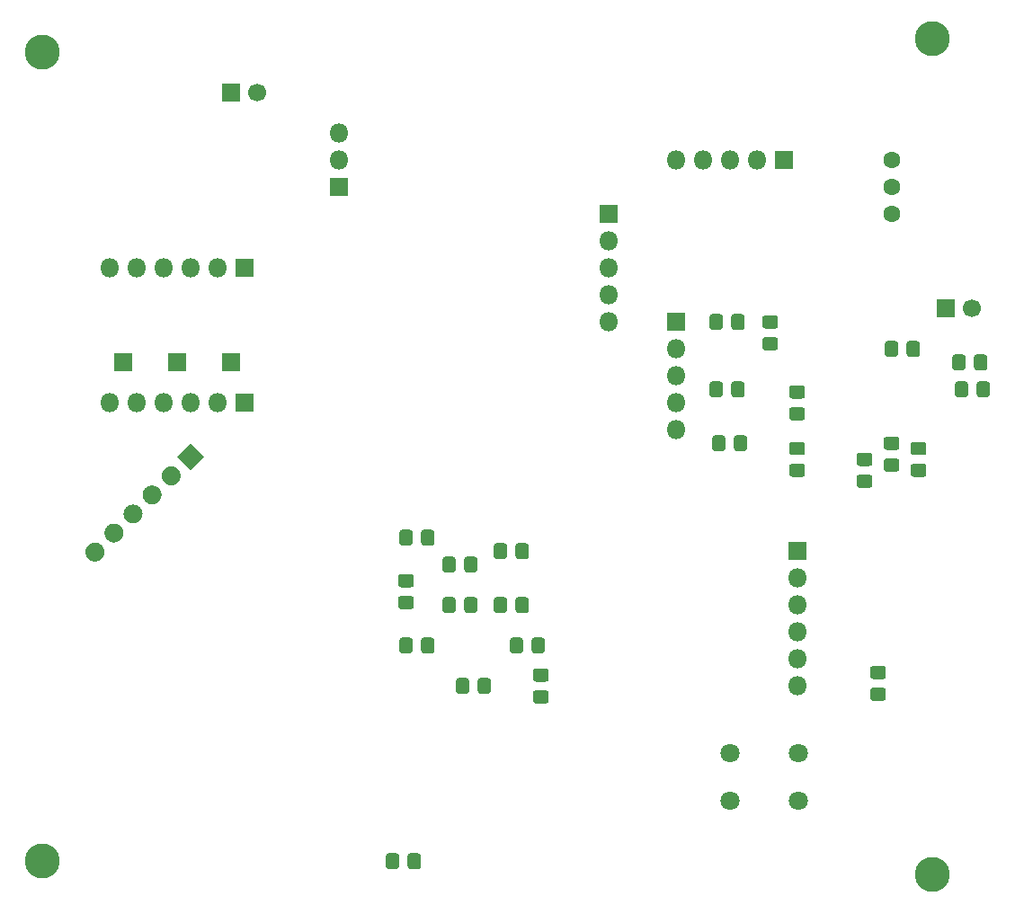
<source format=gbr>
%TF.GenerationSoftware,KiCad,Pcbnew,(5.1.6)-1*%
%TF.CreationDate,2020-10-23T19:33:20-04:00*%
%TF.ProjectId,ECE477,45434534-3737-42e6-9b69-6361645f7063,rev?*%
%TF.SameCoordinates,Original*%
%TF.FileFunction,Soldermask,Bot*%
%TF.FilePolarity,Negative*%
%FSLAX46Y46*%
G04 Gerber Fmt 4.6, Leading zero omitted, Abs format (unit mm)*
G04 Created by KiCad (PCBNEW (5.1.6)-1) date 2020-10-23 19:33:20*
%MOMM*%
%LPD*%
G01*
G04 APERTURE LIST*
%ADD10O,1.800000X1.800000*%
%ADD11R,1.800000X1.800000*%
%ADD12C,1.700000*%
%ADD13R,1.700000X1.700000*%
%ADD14C,3.300000*%
%ADD15C,0.100000*%
%ADD16C,1.800000*%
%ADD17C,1.600000*%
G04 APERTURE END LIST*
D10*
%TO.C,PWR_On1*%
X186690000Y-62230000D03*
X186690000Y-64770000D03*
D11*
X186690000Y-67310000D03*
%TD*%
%TO.C,R28*%
G36*
G01*
X240821738Y-93355000D02*
X241778262Y-93355000D01*
G75*
G02*
X242050000Y-93626738I0J-271738D01*
G01*
X242050000Y-94333262D01*
G75*
G02*
X241778262Y-94605000I-271738J0D01*
G01*
X240821738Y-94605000D01*
G75*
G02*
X240550000Y-94333262I0J271738D01*
G01*
X240550000Y-93626738D01*
G75*
G02*
X240821738Y-93355000I271738J0D01*
G01*
G37*
G36*
G01*
X240821738Y-91305000D02*
X241778262Y-91305000D01*
G75*
G02*
X242050000Y-91576738I0J-271738D01*
G01*
X242050000Y-92283262D01*
G75*
G02*
X241778262Y-92555000I-271738J0D01*
G01*
X240821738Y-92555000D01*
G75*
G02*
X240550000Y-92283262I0J271738D01*
G01*
X240550000Y-91576738D01*
G75*
G02*
X240821738Y-91305000I271738J0D01*
G01*
G37*
%TD*%
%TO.C,R27*%
G36*
G01*
X239238262Y-92065000D02*
X238281738Y-92065000D01*
G75*
G02*
X238010000Y-91793262I0J271738D01*
G01*
X238010000Y-91086738D01*
G75*
G02*
X238281738Y-90815000I271738J0D01*
G01*
X239238262Y-90815000D01*
G75*
G02*
X239510000Y-91086738I0J-271738D01*
G01*
X239510000Y-91793262D01*
G75*
G02*
X239238262Y-92065000I-271738J0D01*
G01*
G37*
G36*
G01*
X239238262Y-94115000D02*
X238281738Y-94115000D01*
G75*
G02*
X238010000Y-93843262I0J271738D01*
G01*
X238010000Y-93136738D01*
G75*
G02*
X238281738Y-92865000I271738J0D01*
G01*
X239238262Y-92865000D01*
G75*
G02*
X239510000Y-93136738I0J-271738D01*
G01*
X239510000Y-93843262D01*
G75*
G02*
X239238262Y-94115000I-271738J0D01*
G01*
G37*
%TD*%
%TO.C,R26*%
G36*
G01*
X237011738Y-114455000D02*
X237968262Y-114455000D01*
G75*
G02*
X238240000Y-114726738I0J-271738D01*
G01*
X238240000Y-115433262D01*
G75*
G02*
X237968262Y-115705000I-271738J0D01*
G01*
X237011738Y-115705000D01*
G75*
G02*
X236740000Y-115433262I0J271738D01*
G01*
X236740000Y-114726738D01*
G75*
G02*
X237011738Y-114455000I271738J0D01*
G01*
G37*
G36*
G01*
X237011738Y-112405000D02*
X237968262Y-112405000D01*
G75*
G02*
X238240000Y-112676738I0J-271738D01*
G01*
X238240000Y-113383262D01*
G75*
G02*
X237968262Y-113655000I-271738J0D01*
G01*
X237011738Y-113655000D01*
G75*
G02*
X236740000Y-113383262I0J271738D01*
G01*
X236740000Y-112676738D01*
G75*
G02*
X237011738Y-112405000I271738J0D01*
G01*
G37*
%TD*%
%TO.C,R25*%
G36*
G01*
X235741738Y-94380000D02*
X236698262Y-94380000D01*
G75*
G02*
X236970000Y-94651738I0J-271738D01*
G01*
X236970000Y-95358262D01*
G75*
G02*
X236698262Y-95630000I-271738J0D01*
G01*
X235741738Y-95630000D01*
G75*
G02*
X235470000Y-95358262I0J271738D01*
G01*
X235470000Y-94651738D01*
G75*
G02*
X235741738Y-94380000I271738J0D01*
G01*
G37*
G36*
G01*
X235741738Y-92330000D02*
X236698262Y-92330000D01*
G75*
G02*
X236970000Y-92601738I0J-271738D01*
G01*
X236970000Y-93308262D01*
G75*
G02*
X236698262Y-93580000I-271738J0D01*
G01*
X235741738Y-93580000D01*
G75*
G02*
X235470000Y-93308262I0J271738D01*
G01*
X235470000Y-92601738D01*
G75*
G02*
X235741738Y-92330000I271738J0D01*
G01*
G37*
%TD*%
%TO.C,R24*%
G36*
G01*
X240185000Y-83028262D02*
X240185000Y-82071738D01*
G75*
G02*
X240456738Y-81800000I271738J0D01*
G01*
X241163262Y-81800000D01*
G75*
G02*
X241435000Y-82071738I0J-271738D01*
G01*
X241435000Y-83028262D01*
G75*
G02*
X241163262Y-83300000I-271738J0D01*
G01*
X240456738Y-83300000D01*
G75*
G02*
X240185000Y-83028262I0J271738D01*
G01*
G37*
G36*
G01*
X238135000Y-83028262D02*
X238135000Y-82071738D01*
G75*
G02*
X238406738Y-81800000I271738J0D01*
G01*
X239113262Y-81800000D01*
G75*
G02*
X239385000Y-82071738I0J-271738D01*
G01*
X239385000Y-83028262D01*
G75*
G02*
X239113262Y-83300000I-271738J0D01*
G01*
X238406738Y-83300000D01*
G75*
G02*
X238135000Y-83028262I0J271738D01*
G01*
G37*
%TD*%
%TO.C,R18*%
G36*
G01*
X223120000Y-90961738D02*
X223120000Y-91918262D01*
G75*
G02*
X222848262Y-92190000I-271738J0D01*
G01*
X222141738Y-92190000D01*
G75*
G02*
X221870000Y-91918262I0J271738D01*
G01*
X221870000Y-90961738D01*
G75*
G02*
X222141738Y-90690000I271738J0D01*
G01*
X222848262Y-90690000D01*
G75*
G02*
X223120000Y-90961738I0J-271738D01*
G01*
G37*
G36*
G01*
X225170000Y-90961738D02*
X225170000Y-91918262D01*
G75*
G02*
X224898262Y-92190000I-271738J0D01*
G01*
X224191738Y-92190000D01*
G75*
G02*
X223920000Y-91918262I0J271738D01*
G01*
X223920000Y-90961738D01*
G75*
G02*
X224191738Y-90690000I271738J0D01*
G01*
X224898262Y-90690000D01*
G75*
G02*
X225170000Y-90961738I0J-271738D01*
G01*
G37*
%TD*%
%TO.C,R16*%
G36*
G01*
X222875000Y-85881738D02*
X222875000Y-86838262D01*
G75*
G02*
X222603262Y-87110000I-271738J0D01*
G01*
X221896738Y-87110000D01*
G75*
G02*
X221625000Y-86838262I0J271738D01*
G01*
X221625000Y-85881738D01*
G75*
G02*
X221896738Y-85610000I271738J0D01*
G01*
X222603262Y-85610000D01*
G75*
G02*
X222875000Y-85881738I0J-271738D01*
G01*
G37*
G36*
G01*
X224925000Y-85881738D02*
X224925000Y-86838262D01*
G75*
G02*
X224653262Y-87110000I-271738J0D01*
G01*
X223946738Y-87110000D01*
G75*
G02*
X223675000Y-86838262I0J271738D01*
G01*
X223675000Y-85881738D01*
G75*
G02*
X223946738Y-85610000I271738J0D01*
G01*
X224653262Y-85610000D01*
G75*
G02*
X224925000Y-85881738I0J-271738D01*
G01*
G37*
%TD*%
%TO.C,R15*%
G36*
G01*
X222875000Y-79531738D02*
X222875000Y-80488262D01*
G75*
G02*
X222603262Y-80760000I-271738J0D01*
G01*
X221896738Y-80760000D01*
G75*
G02*
X221625000Y-80488262I0J271738D01*
G01*
X221625000Y-79531738D01*
G75*
G02*
X221896738Y-79260000I271738J0D01*
G01*
X222603262Y-79260000D01*
G75*
G02*
X222875000Y-79531738I0J-271738D01*
G01*
G37*
G36*
G01*
X224925000Y-79531738D02*
X224925000Y-80488262D01*
G75*
G02*
X224653262Y-80760000I-271738J0D01*
G01*
X223946738Y-80760000D01*
G75*
G02*
X223675000Y-80488262I0J271738D01*
G01*
X223675000Y-79531738D01*
G75*
G02*
X223946738Y-79260000I271738J0D01*
G01*
X224653262Y-79260000D01*
G75*
G02*
X224925000Y-79531738I0J-271738D01*
G01*
G37*
%TD*%
%TO.C,C10*%
G36*
G01*
X245735000Y-83341738D02*
X245735000Y-84298262D01*
G75*
G02*
X245463262Y-84570000I-271738J0D01*
G01*
X244756738Y-84570000D01*
G75*
G02*
X244485000Y-84298262I0J271738D01*
G01*
X244485000Y-83341738D01*
G75*
G02*
X244756738Y-83070000I271738J0D01*
G01*
X245463262Y-83070000D01*
G75*
G02*
X245735000Y-83341738I0J-271738D01*
G01*
G37*
G36*
G01*
X247785000Y-83341738D02*
X247785000Y-84298262D01*
G75*
G02*
X247513262Y-84570000I-271738J0D01*
G01*
X246806738Y-84570000D01*
G75*
G02*
X246535000Y-84298262I0J271738D01*
G01*
X246535000Y-83341738D01*
G75*
G02*
X246806738Y-83070000I271738J0D01*
G01*
X247513262Y-83070000D01*
G75*
G02*
X247785000Y-83341738I0J-271738D01*
G01*
G37*
%TD*%
%TO.C,C8*%
G36*
G01*
X245980000Y-85881738D02*
X245980000Y-86838262D01*
G75*
G02*
X245708262Y-87110000I-271738J0D01*
G01*
X245001738Y-87110000D01*
G75*
G02*
X244730000Y-86838262I0J271738D01*
G01*
X244730000Y-85881738D01*
G75*
G02*
X245001738Y-85610000I271738J0D01*
G01*
X245708262Y-85610000D01*
G75*
G02*
X245980000Y-85881738I0J-271738D01*
G01*
G37*
G36*
G01*
X248030000Y-85881738D02*
X248030000Y-86838262D01*
G75*
G02*
X247758262Y-87110000I-271738J0D01*
G01*
X247051738Y-87110000D01*
G75*
G02*
X246780000Y-86838262I0J271738D01*
G01*
X246780000Y-85881738D01*
G75*
G02*
X247051738Y-85610000I271738J0D01*
G01*
X247758262Y-85610000D01*
G75*
G02*
X248030000Y-85881738I0J-271738D01*
G01*
G37*
%TD*%
D12*
%TO.C,C7*%
X246340000Y-78740000D03*
D13*
X243840000Y-78740000D03*
%TD*%
%TO.C,C6*%
G36*
G01*
X229391738Y-93355000D02*
X230348262Y-93355000D01*
G75*
G02*
X230620000Y-93626738I0J-271738D01*
G01*
X230620000Y-94333262D01*
G75*
G02*
X230348262Y-94605000I-271738J0D01*
G01*
X229391738Y-94605000D01*
G75*
G02*
X229120000Y-94333262I0J271738D01*
G01*
X229120000Y-93626738D01*
G75*
G02*
X229391738Y-93355000I271738J0D01*
G01*
G37*
G36*
G01*
X229391738Y-91305000D02*
X230348262Y-91305000D01*
G75*
G02*
X230620000Y-91576738I0J-271738D01*
G01*
X230620000Y-92283262D01*
G75*
G02*
X230348262Y-92555000I-271738J0D01*
G01*
X229391738Y-92555000D01*
G75*
G02*
X229120000Y-92283262I0J271738D01*
G01*
X229120000Y-91576738D01*
G75*
G02*
X229391738Y-91305000I271738J0D01*
G01*
G37*
%TD*%
%TO.C,C4*%
G36*
G01*
X230348262Y-87230000D02*
X229391738Y-87230000D01*
G75*
G02*
X229120000Y-86958262I0J271738D01*
G01*
X229120000Y-86251738D01*
G75*
G02*
X229391738Y-85980000I271738J0D01*
G01*
X230348262Y-85980000D01*
G75*
G02*
X230620000Y-86251738I0J-271738D01*
G01*
X230620000Y-86958262D01*
G75*
G02*
X230348262Y-87230000I-271738J0D01*
G01*
G37*
G36*
G01*
X230348262Y-89280000D02*
X229391738Y-89280000D01*
G75*
G02*
X229120000Y-89008262I0J271738D01*
G01*
X229120000Y-88301738D01*
G75*
G02*
X229391738Y-88030000I271738J0D01*
G01*
X230348262Y-88030000D01*
G75*
G02*
X230620000Y-88301738I0J-271738D01*
G01*
X230620000Y-89008262D01*
G75*
G02*
X230348262Y-89280000I-271738J0D01*
G01*
G37*
%TD*%
%TO.C,C2*%
G36*
G01*
X227808262Y-80635000D02*
X226851738Y-80635000D01*
G75*
G02*
X226580000Y-80363262I0J271738D01*
G01*
X226580000Y-79656738D01*
G75*
G02*
X226851738Y-79385000I271738J0D01*
G01*
X227808262Y-79385000D01*
G75*
G02*
X228080000Y-79656738I0J-271738D01*
G01*
X228080000Y-80363262D01*
G75*
G02*
X227808262Y-80635000I-271738J0D01*
G01*
G37*
G36*
G01*
X227808262Y-82685000D02*
X226851738Y-82685000D01*
G75*
G02*
X226580000Y-82413262I0J271738D01*
G01*
X226580000Y-81706738D01*
G75*
G02*
X226851738Y-81435000I271738J0D01*
G01*
X227808262Y-81435000D01*
G75*
G02*
X228080000Y-81706738I0J-271738D01*
G01*
X228080000Y-82413262D01*
G75*
G02*
X227808262Y-82685000I-271738J0D01*
G01*
G37*
%TD*%
D11*
%TO.C,USART1_GND1*%
X176530000Y-83820000D03*
%TD*%
%TO.C,USART3_GND1*%
X171450000Y-83820000D03*
%TD*%
%TO.C,USART6_GND1*%
X166370000Y-83820000D03*
%TD*%
D14*
%TO.C,H4*%
X242570000Y-53340000D03*
%TD*%
%TO.C,H3*%
X242570000Y-132080000D03*
%TD*%
%TO.C,H2*%
X158750000Y-130810000D03*
%TD*%
%TO.C,H1*%
X158750000Y-54610000D03*
%TD*%
D10*
%TO.C,Pinout1*%
X229870000Y-114300000D03*
X229870000Y-111760000D03*
X229870000Y-109220000D03*
X229870000Y-106680000D03*
X229870000Y-104140000D03*
D11*
X229870000Y-101600000D03*
%TD*%
D12*
%TO.C,C1*%
X179030000Y-58420000D03*
D13*
X176530000Y-58420000D03*
%TD*%
D10*
%TO.C,JTAG/SWD1*%
X165100000Y-74930000D03*
X167640000Y-74930000D03*
X170180000Y-74930000D03*
X172720000Y-74930000D03*
X175260000Y-74930000D03*
D11*
X177800000Y-74930000D03*
%TD*%
%TO.C,PWM1*%
G36*
G01*
X163103348Y-101053860D02*
X163103348Y-101053860D01*
G75*
G02*
X164376140Y-101053860I636396J-636396D01*
G01*
X164376140Y-101053860D01*
G75*
G02*
X164376140Y-102326652I-636396J-636396D01*
G01*
X164376140Y-102326652D01*
G75*
G02*
X163103348Y-102326652I-636396J636396D01*
G01*
X163103348Y-102326652D01*
G75*
G02*
X163103348Y-101053860I636396J636396D01*
G01*
G37*
G36*
G01*
X164899399Y-99257809D02*
X164899399Y-99257809D01*
G75*
G02*
X166172191Y-99257809I636396J-636396D01*
G01*
X166172191Y-99257809D01*
G75*
G02*
X166172191Y-100530601I-636396J-636396D01*
G01*
X166172191Y-100530601D01*
G75*
G02*
X164899399Y-100530601I-636396J636396D01*
G01*
X164899399Y-100530601D01*
G75*
G02*
X164899399Y-99257809I636396J636396D01*
G01*
G37*
G36*
G01*
X166695450Y-97461758D02*
X166695450Y-97461758D01*
G75*
G02*
X167968242Y-97461758I636396J-636396D01*
G01*
X167968242Y-97461758D01*
G75*
G02*
X167968242Y-98734550I-636396J-636396D01*
G01*
X167968242Y-98734550D01*
G75*
G02*
X166695450Y-98734550I-636396J636396D01*
G01*
X166695450Y-98734550D01*
G75*
G02*
X166695450Y-97461758I636396J636396D01*
G01*
G37*
G36*
G01*
X168491502Y-95665706D02*
X168491502Y-95665706D01*
G75*
G02*
X169764294Y-95665706I636396J-636396D01*
G01*
X169764294Y-95665706D01*
G75*
G02*
X169764294Y-96938498I-636396J-636396D01*
G01*
X169764294Y-96938498D01*
G75*
G02*
X168491502Y-96938498I-636396J636396D01*
G01*
X168491502Y-96938498D01*
G75*
G02*
X168491502Y-95665706I636396J636396D01*
G01*
G37*
G36*
G01*
X170287553Y-93869655D02*
X170287553Y-93869655D01*
G75*
G02*
X171560345Y-93869655I636396J-636396D01*
G01*
X171560345Y-93869655D01*
G75*
G02*
X171560345Y-95142447I-636396J-636396D01*
G01*
X171560345Y-95142447D01*
G75*
G02*
X170287553Y-95142447I-636396J636396D01*
G01*
X170287553Y-95142447D01*
G75*
G02*
X170287553Y-93869655I636396J636396D01*
G01*
G37*
D15*
G36*
X171447208Y-92710000D02*
G01*
X172720000Y-91437208D01*
X173992792Y-92710000D01*
X172720000Y-93982792D01*
X171447208Y-92710000D01*
G37*
%TD*%
D10*
%TO.C,USART1*%
X165100000Y-87630000D03*
X167640000Y-87630000D03*
X170180000Y-87630000D03*
X172720000Y-87630000D03*
X175260000Y-87630000D03*
D11*
X177800000Y-87630000D03*
%TD*%
D10*
%TO.C,GNDs1*%
X212090000Y-80010000D03*
X212090000Y-77470000D03*
X212090000Y-74930000D03*
X212090000Y-72390000D03*
D11*
X212090000Y-69850000D03*
%TD*%
D10*
%TO.C,Cell_In1*%
X218440000Y-90170000D03*
X218440000Y-87630000D03*
X218440000Y-85090000D03*
X218440000Y-82550000D03*
D11*
X218440000Y-80010000D03*
%TD*%
D10*
%TO.C,PWR_Out1*%
X218440000Y-64770000D03*
X220980000Y-64770000D03*
X223520000Y-64770000D03*
X226060000Y-64770000D03*
D11*
X228600000Y-64770000D03*
%TD*%
%TO.C,C30*%
G36*
G01*
X206218262Y-113900000D02*
X205261738Y-113900000D01*
G75*
G02*
X204990000Y-113628262I0J271738D01*
G01*
X204990000Y-112921738D01*
G75*
G02*
X205261738Y-112650000I271738J0D01*
G01*
X206218262Y-112650000D01*
G75*
G02*
X206490000Y-112921738I0J-271738D01*
G01*
X206490000Y-113628262D01*
G75*
G02*
X206218262Y-113900000I-271738J0D01*
G01*
G37*
G36*
G01*
X206218262Y-115950000D02*
X205261738Y-115950000D01*
G75*
G02*
X204990000Y-115678262I0J271738D01*
G01*
X204990000Y-114971738D01*
G75*
G02*
X205261738Y-114700000I271738J0D01*
G01*
X206218262Y-114700000D01*
G75*
G02*
X206490000Y-114971738I0J-271738D01*
G01*
X206490000Y-115678262D01*
G75*
G02*
X206218262Y-115950000I-271738J0D01*
G01*
G37*
%TD*%
%TO.C,R6*%
G36*
G01*
X198520000Y-103348262D02*
X198520000Y-102391738D01*
G75*
G02*
X198791738Y-102120000I271738J0D01*
G01*
X199498262Y-102120000D01*
G75*
G02*
X199770000Y-102391738I0J-271738D01*
G01*
X199770000Y-103348262D01*
G75*
G02*
X199498262Y-103620000I-271738J0D01*
G01*
X198791738Y-103620000D01*
G75*
G02*
X198520000Y-103348262I0J271738D01*
G01*
G37*
G36*
G01*
X196470000Y-103348262D02*
X196470000Y-102391738D01*
G75*
G02*
X196741738Y-102120000I271738J0D01*
G01*
X197448262Y-102120000D01*
G75*
G02*
X197720000Y-102391738I0J-271738D01*
G01*
X197720000Y-103348262D01*
G75*
G02*
X197448262Y-103620000I-271738J0D01*
G01*
X196741738Y-103620000D01*
G75*
G02*
X196470000Y-103348262I0J271738D01*
G01*
G37*
%TD*%
%TO.C,R14*%
G36*
G01*
X193195000Y-131288262D02*
X193195000Y-130331738D01*
G75*
G02*
X193466738Y-130060000I271738J0D01*
G01*
X194173262Y-130060000D01*
G75*
G02*
X194445000Y-130331738I0J-271738D01*
G01*
X194445000Y-131288262D01*
G75*
G02*
X194173262Y-131560000I-271738J0D01*
G01*
X193466738Y-131560000D01*
G75*
G02*
X193195000Y-131288262I0J271738D01*
G01*
G37*
G36*
G01*
X191145000Y-131288262D02*
X191145000Y-130331738D01*
G75*
G02*
X191416738Y-130060000I271738J0D01*
G01*
X192123262Y-130060000D01*
G75*
G02*
X192395000Y-130331738I0J-271738D01*
G01*
X192395000Y-131288262D01*
G75*
G02*
X192123262Y-131560000I-271738J0D01*
G01*
X191416738Y-131560000D01*
G75*
G02*
X191145000Y-131288262I0J271738D01*
G01*
G37*
%TD*%
%TO.C,R10*%
G36*
G01*
X198520000Y-107158262D02*
X198520000Y-106201738D01*
G75*
G02*
X198791738Y-105930000I271738J0D01*
G01*
X199498262Y-105930000D01*
G75*
G02*
X199770000Y-106201738I0J-271738D01*
G01*
X199770000Y-107158262D01*
G75*
G02*
X199498262Y-107430000I-271738J0D01*
G01*
X198791738Y-107430000D01*
G75*
G02*
X198520000Y-107158262I0J271738D01*
G01*
G37*
G36*
G01*
X196470000Y-107158262D02*
X196470000Y-106201738D01*
G75*
G02*
X196741738Y-105930000I271738J0D01*
G01*
X197448262Y-105930000D01*
G75*
G02*
X197720000Y-106201738I0J-271738D01*
G01*
X197720000Y-107158262D01*
G75*
G02*
X197448262Y-107430000I-271738J0D01*
G01*
X196741738Y-107430000D01*
G75*
G02*
X196470000Y-107158262I0J271738D01*
G01*
G37*
%TD*%
%TO.C,R7*%
G36*
G01*
X204870000Y-110968262D02*
X204870000Y-110011738D01*
G75*
G02*
X205141738Y-109740000I271738J0D01*
G01*
X205848262Y-109740000D01*
G75*
G02*
X206120000Y-110011738I0J-271738D01*
G01*
X206120000Y-110968262D01*
G75*
G02*
X205848262Y-111240000I-271738J0D01*
G01*
X205141738Y-111240000D01*
G75*
G02*
X204870000Y-110968262I0J271738D01*
G01*
G37*
G36*
G01*
X202820000Y-110968262D02*
X202820000Y-110011738D01*
G75*
G02*
X203091738Y-109740000I271738J0D01*
G01*
X203798262Y-109740000D01*
G75*
G02*
X204070000Y-110011738I0J-271738D01*
G01*
X204070000Y-110968262D01*
G75*
G02*
X203798262Y-111240000I-271738J0D01*
G01*
X203091738Y-111240000D01*
G75*
G02*
X202820000Y-110968262I0J271738D01*
G01*
G37*
%TD*%
D16*
%TO.C,SW1*%
X223520000Y-120650000D03*
X230020000Y-120650000D03*
X223520000Y-125150000D03*
X230020000Y-125150000D03*
%TD*%
%TO.C,R11*%
G36*
G01*
X199790000Y-114778262D02*
X199790000Y-113821738D01*
G75*
G02*
X200061738Y-113550000I271738J0D01*
G01*
X200768262Y-113550000D01*
G75*
G02*
X201040000Y-113821738I0J-271738D01*
G01*
X201040000Y-114778262D01*
G75*
G02*
X200768262Y-115050000I-271738J0D01*
G01*
X200061738Y-115050000D01*
G75*
G02*
X199790000Y-114778262I0J271738D01*
G01*
G37*
G36*
G01*
X197740000Y-114778262D02*
X197740000Y-113821738D01*
G75*
G02*
X198011738Y-113550000I271738J0D01*
G01*
X198718262Y-113550000D01*
G75*
G02*
X198990000Y-113821738I0J-271738D01*
G01*
X198990000Y-114778262D01*
G75*
G02*
X198718262Y-115050000I-271738J0D01*
G01*
X198011738Y-115050000D01*
G75*
G02*
X197740000Y-114778262I0J271738D01*
G01*
G37*
%TD*%
%TO.C,L1*%
G36*
G01*
X193518262Y-105010000D02*
X192561738Y-105010000D01*
G75*
G02*
X192290000Y-104738262I0J271738D01*
G01*
X192290000Y-104031738D01*
G75*
G02*
X192561738Y-103760000I271738J0D01*
G01*
X193518262Y-103760000D01*
G75*
G02*
X193790000Y-104031738I0J-271738D01*
G01*
X193790000Y-104738262D01*
G75*
G02*
X193518262Y-105010000I-271738J0D01*
G01*
G37*
G36*
G01*
X193518262Y-107060000D02*
X192561738Y-107060000D01*
G75*
G02*
X192290000Y-106788262I0J271738D01*
G01*
X192290000Y-106081738D01*
G75*
G02*
X192561738Y-105810000I271738J0D01*
G01*
X193518262Y-105810000D01*
G75*
G02*
X193790000Y-106081738I0J-271738D01*
G01*
X193790000Y-106788262D01*
G75*
G02*
X193518262Y-107060000I-271738J0D01*
G01*
G37*
%TD*%
D17*
%TO.C,J1*%
X238760000Y-64770000D03*
X238760000Y-67310000D03*
X238760000Y-69850000D03*
%TD*%
%TO.C,C27*%
G36*
G01*
X203355000Y-102078262D02*
X203355000Y-101121738D01*
G75*
G02*
X203626738Y-100850000I271738J0D01*
G01*
X204333262Y-100850000D01*
G75*
G02*
X204605000Y-101121738I0J-271738D01*
G01*
X204605000Y-102078262D01*
G75*
G02*
X204333262Y-102350000I-271738J0D01*
G01*
X203626738Y-102350000D01*
G75*
G02*
X203355000Y-102078262I0J271738D01*
G01*
G37*
G36*
G01*
X201305000Y-102078262D02*
X201305000Y-101121738D01*
G75*
G02*
X201576738Y-100850000I271738J0D01*
G01*
X202283262Y-100850000D01*
G75*
G02*
X202555000Y-101121738I0J-271738D01*
G01*
X202555000Y-102078262D01*
G75*
G02*
X202283262Y-102350000I-271738J0D01*
G01*
X201576738Y-102350000D01*
G75*
G02*
X201305000Y-102078262I0J271738D01*
G01*
G37*
%TD*%
%TO.C,C26*%
G36*
G01*
X203355000Y-107158262D02*
X203355000Y-106201738D01*
G75*
G02*
X203626738Y-105930000I271738J0D01*
G01*
X204333262Y-105930000D01*
G75*
G02*
X204605000Y-106201738I0J-271738D01*
G01*
X204605000Y-107158262D01*
G75*
G02*
X204333262Y-107430000I-271738J0D01*
G01*
X203626738Y-107430000D01*
G75*
G02*
X203355000Y-107158262I0J271738D01*
G01*
G37*
G36*
G01*
X201305000Y-107158262D02*
X201305000Y-106201738D01*
G75*
G02*
X201576738Y-105930000I271738J0D01*
G01*
X202283262Y-105930000D01*
G75*
G02*
X202555000Y-106201738I0J-271738D01*
G01*
X202555000Y-107158262D01*
G75*
G02*
X202283262Y-107430000I-271738J0D01*
G01*
X201576738Y-107430000D01*
G75*
G02*
X201305000Y-107158262I0J271738D01*
G01*
G37*
%TD*%
%TO.C,C23*%
G36*
G01*
X194465000Y-100808262D02*
X194465000Y-99851738D01*
G75*
G02*
X194736738Y-99580000I271738J0D01*
G01*
X195443262Y-99580000D01*
G75*
G02*
X195715000Y-99851738I0J-271738D01*
G01*
X195715000Y-100808262D01*
G75*
G02*
X195443262Y-101080000I-271738J0D01*
G01*
X194736738Y-101080000D01*
G75*
G02*
X194465000Y-100808262I0J271738D01*
G01*
G37*
G36*
G01*
X192415000Y-100808262D02*
X192415000Y-99851738D01*
G75*
G02*
X192686738Y-99580000I271738J0D01*
G01*
X193393262Y-99580000D01*
G75*
G02*
X193665000Y-99851738I0J-271738D01*
G01*
X193665000Y-100808262D01*
G75*
G02*
X193393262Y-101080000I-271738J0D01*
G01*
X192686738Y-101080000D01*
G75*
G02*
X192415000Y-100808262I0J271738D01*
G01*
G37*
%TD*%
%TO.C,C22*%
G36*
G01*
X194465000Y-110968262D02*
X194465000Y-110011738D01*
G75*
G02*
X194736738Y-109740000I271738J0D01*
G01*
X195443262Y-109740000D01*
G75*
G02*
X195715000Y-110011738I0J-271738D01*
G01*
X195715000Y-110968262D01*
G75*
G02*
X195443262Y-111240000I-271738J0D01*
G01*
X194736738Y-111240000D01*
G75*
G02*
X194465000Y-110968262I0J271738D01*
G01*
G37*
G36*
G01*
X192415000Y-110968262D02*
X192415000Y-110011738D01*
G75*
G02*
X192686738Y-109740000I271738J0D01*
G01*
X193393262Y-109740000D01*
G75*
G02*
X193665000Y-110011738I0J-271738D01*
G01*
X193665000Y-110968262D01*
G75*
G02*
X193393262Y-111240000I-271738J0D01*
G01*
X192686738Y-111240000D01*
G75*
G02*
X192415000Y-110968262I0J271738D01*
G01*
G37*
%TD*%
M02*

</source>
